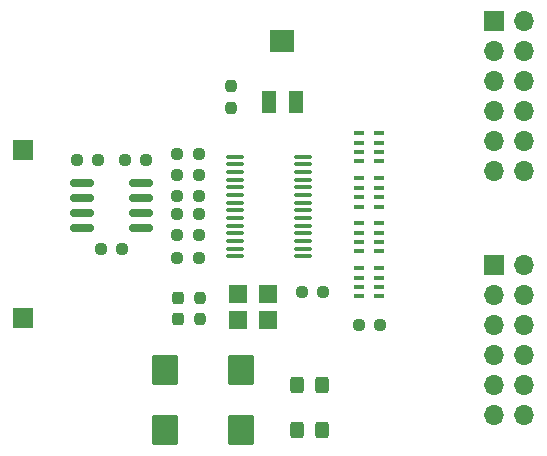
<source format=gbr>
G04 #@! TF.GenerationSoftware,KiCad,Pcbnew,7.0.6*
G04 #@! TF.CreationDate,2023-08-06T21:35:15+02:00*
G04 #@! TF.ProjectId,AD9744_Test,41443937-3434-45f5-9465-73742e6b6963,rev?*
G04 #@! TF.SameCoordinates,Original*
G04 #@! TF.FileFunction,Soldermask,Top*
G04 #@! TF.FilePolarity,Negative*
%FSLAX46Y46*%
G04 Gerber Fmt 4.6, Leading zero omitted, Abs format (unit mm)*
G04 Created by KiCad (PCBNEW 7.0.6) date 2023-08-06 21:35:15*
%MOMM*%
%LPD*%
G01*
G04 APERTURE LIST*
G04 Aperture macros list*
%AMRoundRect*
0 Rectangle with rounded corners*
0 $1 Rounding radius*
0 $2 $3 $4 $5 $6 $7 $8 $9 X,Y pos of 4 corners*
0 Add a 4 corners polygon primitive as box body*
4,1,4,$2,$3,$4,$5,$6,$7,$8,$9,$2,$3,0*
0 Add four circle primitives for the rounded corners*
1,1,$1+$1,$2,$3*
1,1,$1+$1,$4,$5*
1,1,$1+$1,$6,$7*
1,1,$1+$1,$8,$9*
0 Add four rect primitives between the rounded corners*
20,1,$1+$1,$2,$3,$4,$5,0*
20,1,$1+$1,$4,$5,$6,$7,0*
20,1,$1+$1,$6,$7,$8,$9,0*
20,1,$1+$1,$8,$9,$2,$3,0*%
G04 Aperture macros list end*
%ADD10R,1.700000X1.700000*%
%ADD11RoundRect,0.250000X0.325000X0.450000X-0.325000X0.450000X-0.325000X-0.450000X0.325000X-0.450000X0*%
%ADD12RoundRect,0.237500X-0.250000X-0.237500X0.250000X-0.237500X0.250000X0.237500X-0.250000X0.237500X0*%
%ADD13R,0.900000X0.400000*%
%ADD14R,1.600000X1.500000*%
%ADD15RoundRect,0.237500X-0.237500X0.250000X-0.237500X-0.250000X0.237500X-0.250000X0.237500X0.250000X0*%
%ADD16RoundRect,0.237500X-0.237500X0.300000X-0.237500X-0.300000X0.237500X-0.300000X0.237500X0.300000X0*%
%ADD17RoundRect,0.237500X0.250000X0.237500X-0.250000X0.237500X-0.250000X-0.237500X0.250000X-0.237500X0*%
%ADD18RoundRect,0.250000X0.875000X1.025000X-0.875000X1.025000X-0.875000X-1.025000X0.875000X-1.025000X0*%
%ADD19O,1.700000X1.700000*%
%ADD20R,1.300000X1.900000*%
%ADD21R,2.000000X1.900000*%
%ADD22RoundRect,0.150000X0.825000X0.150000X-0.825000X0.150000X-0.825000X-0.150000X0.825000X-0.150000X0*%
%ADD23RoundRect,0.100000X0.637500X0.100000X-0.637500X0.100000X-0.637500X-0.100000X0.637500X-0.100000X0*%
G04 APERTURE END LIST*
D10*
G04 #@! TO.C,J3*
X114300000Y-91440000D03*
G04 #@! TD*
D11*
G04 #@! TO.C,FB2*
X139582000Y-115189000D03*
X137532000Y-115189000D03*
G04 #@! TD*
D12*
G04 #@! TO.C,R7*
X127334000Y-98679000D03*
X129159000Y-98679000D03*
G04 #@! TD*
D13*
G04 #@! TO.C,RN4*
X142763500Y-101473000D03*
X142763500Y-102273000D03*
X142763500Y-103073000D03*
X142763500Y-103873000D03*
X144463500Y-103873000D03*
X144463500Y-103073000D03*
X144463500Y-102273000D03*
X144463500Y-101473000D03*
G04 #@! TD*
D14*
G04 #@! TO.C,X1*
X132461000Y-105875000D03*
X135001000Y-105875000D03*
X135001000Y-103675000D03*
X132461000Y-103675000D03*
G04 #@! TD*
D10*
G04 #@! TO.C,J4*
X114300000Y-105664000D03*
G04 #@! TD*
D12*
G04 #@! TO.C,R4*
X127334000Y-91821000D03*
X129159000Y-91821000D03*
G04 #@! TD*
D15*
G04 #@! TO.C,R6*
X131929500Y-86082500D03*
X131929500Y-87907500D03*
G04 #@! TD*
D16*
G04 #@! TO.C,C3*
X127381000Y-104039500D03*
X127381000Y-105764500D03*
G04 #@! TD*
D13*
G04 #@! TO.C,RN3*
X142763500Y-97663000D03*
X142763500Y-98463000D03*
X142763500Y-99263000D03*
X142763500Y-100063000D03*
X144463500Y-100063000D03*
X144463500Y-99263000D03*
X144463500Y-98463000D03*
X144463500Y-97663000D03*
G04 #@! TD*
D17*
G04 #@! TO.C,R8*
X129159000Y-93599000D03*
X127334000Y-93599000D03*
G04 #@! TD*
G04 #@! TO.C,R5*
X129182500Y-100584000D03*
X127357500Y-100584000D03*
G04 #@! TD*
G04 #@! TO.C,R11*
X120650000Y-92329000D03*
X118825000Y-92329000D03*
G04 #@! TD*
G04 #@! TO.C,R2*
X144549500Y-106299000D03*
X142724500Y-106299000D03*
G04 #@! TD*
D18*
G04 #@! TO.C,C4*
X132740000Y-110109000D03*
X126340000Y-110109000D03*
G04 #@! TD*
D10*
G04 #@! TO.C,J1*
X154178000Y-80518000D03*
D19*
X156718000Y-80518000D03*
X154178000Y-83058000D03*
X156718000Y-83058000D03*
X154178000Y-85598000D03*
X156718000Y-85598000D03*
X154178000Y-88138000D03*
X156718000Y-88138000D03*
X154178000Y-90678000D03*
X156718000Y-90678000D03*
X154178000Y-93218000D03*
X156718000Y-93218000D03*
G04 #@! TD*
D13*
G04 #@! TO.C,RN2*
X142763500Y-93872000D03*
X142763500Y-94672000D03*
X142763500Y-95472000D03*
X142763500Y-96272000D03*
X144463500Y-96272000D03*
X144463500Y-95472000D03*
X144463500Y-94672000D03*
X144463500Y-93872000D03*
G04 #@! TD*
D20*
G04 #@! TO.C,RV1*
X135097500Y-87386000D03*
D21*
X136247500Y-82286000D03*
D20*
X137397500Y-87386000D03*
G04 #@! TD*
D11*
G04 #@! TO.C,FB1*
X139582000Y-111379000D03*
X137532000Y-111379000D03*
G04 #@! TD*
D10*
G04 #@! TO.C,J2*
X154178000Y-101208000D03*
D19*
X156718000Y-101208000D03*
X154178000Y-103748000D03*
X156718000Y-103748000D03*
X154178000Y-106288000D03*
X156718000Y-106288000D03*
X154178000Y-108828000D03*
X156718000Y-108828000D03*
X154178000Y-111368000D03*
X156718000Y-111368000D03*
X154178000Y-113908000D03*
X156718000Y-113908000D03*
G04 #@! TD*
D15*
G04 #@! TO.C,R1*
X129286000Y-103989500D03*
X129286000Y-105814500D03*
G04 #@! TD*
D17*
G04 #@! TO.C,R10*
X129159000Y-95377000D03*
X127334000Y-95377000D03*
G04 #@! TD*
G04 #@! TO.C,R9*
X129159000Y-96901000D03*
X127334000Y-96901000D03*
G04 #@! TD*
G04 #@! TO.C,R3*
X139723500Y-103505000D03*
X137898500Y-103505000D03*
G04 #@! TD*
D22*
G04 #@! TO.C,U2*
X124244500Y-98044000D03*
X124244500Y-96774000D03*
X124244500Y-95504000D03*
X124244500Y-94234000D03*
X119294500Y-94234000D03*
X119294500Y-95504000D03*
X119294500Y-96774000D03*
X119294500Y-98044000D03*
G04 #@! TD*
D12*
G04 #@! TO.C,R12*
X122889000Y-92329000D03*
X124714000Y-92329000D03*
G04 #@! TD*
D13*
G04 #@! TO.C,RN1*
X142763500Y-90043000D03*
X142763500Y-90843000D03*
X142763500Y-91643000D03*
X142763500Y-92443000D03*
X144463500Y-92443000D03*
X144463500Y-91643000D03*
X144463500Y-90843000D03*
X144463500Y-90043000D03*
G04 #@! TD*
D23*
G04 #@! TO.C,U1*
X137967000Y-100491000D03*
X137967000Y-99841000D03*
X137967000Y-99191000D03*
X137967000Y-98541000D03*
X137967000Y-97891000D03*
X137967000Y-97241000D03*
X137967000Y-96591000D03*
X137967000Y-95941000D03*
X137967000Y-95291000D03*
X137967000Y-94641000D03*
X137967000Y-93991000D03*
X137967000Y-93341000D03*
X137967000Y-92691000D03*
X137967000Y-92041000D03*
X132242000Y-92041000D03*
X132242000Y-92691000D03*
X132242000Y-93341000D03*
X132242000Y-93991000D03*
X132242000Y-94641000D03*
X132242000Y-95291000D03*
X132242000Y-95941000D03*
X132242000Y-96591000D03*
X132242000Y-97241000D03*
X132242000Y-97891000D03*
X132242000Y-98541000D03*
X132242000Y-99191000D03*
X132242000Y-99841000D03*
X132242000Y-100491000D03*
G04 #@! TD*
D17*
G04 #@! TO.C,R13*
X122682000Y-99822000D03*
X120857000Y-99822000D03*
G04 #@! TD*
D18*
G04 #@! TO.C,C6*
X132740000Y-115189000D03*
X126340000Y-115189000D03*
G04 #@! TD*
M02*

</source>
